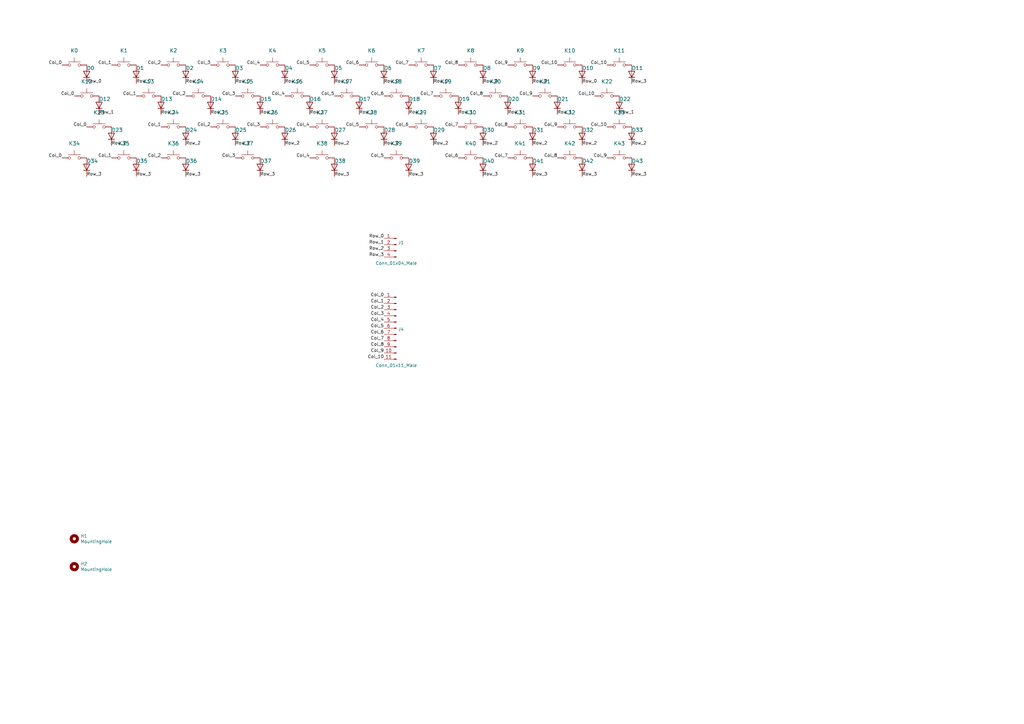
<source format=kicad_sch>
(kicad_sch (version 20211123) (generator eeschema)
  (paper "A3")
  (title_block (title "Phoenix") (date "2022-02-20 21:47") (comment 1 "Author: Rajesh Singh") (comment 2 "Generated by klepcbgen.py v0.1"))
  (lib_symbols
    (symbol "Connector:Conn_01x04_Male" (pin_names (offset 1.016) hide)
      (property "Reference" "J" (at 0 5.08 0))
      (property "Value" "Conn_01x04_Male" (at 0 -7.62 0))
      (symbol "Conn_01x04_Male_1_1"
        (polyline (pts (xy 1.27 -5.08) (xy 0.8636 -5.08)) (stroke (width 0.1524)))
        (polyline (pts (xy 1.27 -2.54) (xy 0.8636 -2.54)) (stroke (width 0.1524)))
        (polyline (pts (xy 1.27 0) (xy 0.8636 0)) (stroke (width 0.1524)))
        (polyline (pts (xy 1.27 2.54) (xy 0.8636 2.54)) (stroke (width 0.1524)))
        (rectangle (start 0.8636 -4.953) (end 0 -5.207) (stroke (width 0.1524)) (fill (type outline)))
        (rectangle (start 0.8636 -2.413) (end 0 -2.667) (stroke (width 0.1524)) (fill (type outline)))
        (rectangle (start 0.8636 0.127) (end 0 -0.127) (stroke (width 0.1524)) (fill (type outline)))
        (rectangle (start 0.8636 2.667) (end 0 2.413) (stroke (width 0.1524)) (fill (type outline)))
        (pin passive line (at 5.08 2.54 180) (length 3.81) (name "Pin_1") (number "1"))
        (pin passive line (at 5.08 0 180) (length 3.81) (name "Pin_2") (number "2"))
        (pin passive line (at 5.08 -2.54 180) (length 3.81) (name "Pin_3") (number "3"))
        (pin passive line (at 5.08 -5.08 180) (length 3.81) (name "Pin_4") (number "4"))
      )
    )
    (symbol "Connector:Conn_01x11_Male" (pin_names (offset 1.016) hide)
      (property "Reference" "J" (at 0 15.24 0))
      (property "Value" "Conn_01x11_Male" (at 0 -15.24 0))
      (symbol "Conn_01x11_Male_1_1"
        (polyline (pts (xy 1.27 -12.7) (xy 0.8636 -12.7)) (stroke (width 0.1524)))
        (polyline (pts (xy 1.27 -10.16) (xy 0.8636 -10.16)) (stroke (width 0.1524)))
        (polyline (pts (xy 1.27 -7.62) (xy 0.8636 -7.62)) (stroke (width 0.1524)))
        (polyline (pts (xy 1.27 -5.08) (xy 0.8636 -5.08)) (stroke (width 0.1524)))
        (polyline (pts (xy 1.27 -2.54) (xy 0.8636 -2.54)) (stroke (width 0.1524)))
        (polyline (pts (xy 1.27 0) (xy 0.8636 0)) (stroke (width 0.1524)))
        (polyline (pts (xy 1.27 2.54) (xy 0.8636 2.54)) (stroke (width 0.1524)))
        (polyline (pts (xy 1.27 5.08) (xy 0.8636 5.08)) (stroke (width 0.1524)))
        (polyline (pts (xy 1.27 7.62) (xy 0.8636 7.62)) (stroke (width 0.1524)))
        (polyline (pts (xy 1.27 10.16) (xy 0.8636 10.16)) (stroke (width 0.1524)))
        (polyline (pts (xy 1.27 12.7) (xy 0.8636 12.7)) (stroke (width 0.1524)))
        (rectangle (start 0.8636 -12.573) (end 0 -12.827) (stroke (width 0.1524)) (fill (type outline)))
        (rectangle (start 0.8636 -10.033) (end 0 -10.287) (stroke (width 0.1524)) (fill (type outline)))
        (rectangle (start 0.8636 -7.493) (end 0 -7.747) (stroke (width 0.1524)) (fill (type outline)))
        (rectangle (start 0.8636 -4.953) (end 0 -5.207) (stroke (width 0.1524)) (fill (type outline)))
        (rectangle (start 0.8636 -2.413) (end 0 -2.667) (stroke (width 0.1524)) (fill (type outline)))
        (rectangle (start 0.8636 0.127) (end 0 -0.127) (stroke (width 0.1524)) (fill (type outline)))
        (rectangle (start 0.8636 2.667) (end 0 2.413) (stroke (width 0.1524)) (fill (type outline)))
        (rectangle (start 0.8636 5.207) (end 0 4.953) (stroke (width 0.1524)) (fill (type outline)))
        (rectangle (start 0.8636 7.747) (end 0 7.493) (stroke (width 0.1524)) (fill (type outline)))
        (rectangle (start 0.8636 10.287) (end 0 10.033) (stroke (width 0.1524)) (fill (type outline)))
        (rectangle (start 0.8636 12.827) (end 0 12.573) (stroke (width 0.1524)) (fill (type outline)))
        (pin passive line (at 5.08 12.7 180) (length 3.81) (name "Pin_1") (number "1"))
        (pin passive line (at 5.08 -10.16 180) (length 3.81) (name "Pin_10") (number "10"))
        (pin passive line (at 5.08 -12.7 180) (length 3.81) (name "Pin_11") (number "11"))
        (pin passive line (at 5.08 10.16 180) (length 3.81) (name "Pin_2") (number "2"))
        (pin passive line (at 5.08 7.62 180) (length 3.81) (name "Pin_3") (number "3"))
        (pin passive line (at 5.08 5.08 180) (length 3.81) (name "Pin_4") (number "4"))
        (pin passive line (at 5.08 2.54 180) (length 3.81) (name "Pin_5") (number "5"))
        (pin passive line (at 5.08 0 180) (length 3.81) (name "Pin_6") (number "6"))
        (pin passive line (at 5.08 -2.54 180) (length 3.81) (name "Pin_7") (number "7"))
        (pin passive line (at 5.08 -5.08 180) (length 3.81) (name "Pin_8") (number "8"))
        (pin passive line (at 5.08 -7.62 180) (length 3.81) (name "Pin_9") (number "9"))
      )
    )
    (symbol "Device:D" (pin_numbers hide) (pin_names (offset 1.016) hide)
      (property "Reference" "D" (at 0 2.54 0))
      (property "Value" "D" (at 0 -2.54 0))
      (symbol "D_0_1"
        (polyline (pts (xy -1.27 1.27) (xy -1.27 -1.27)) (stroke (width 0.254)))
        (polyline (pts (xy 1.27 0) (xy -1.27 0)))
        (polyline (pts (xy 1.27 1.27) (xy 1.27 -1.27) (xy -1.27 0) (xy 1.27 1.27)) (stroke (width 0.254)))
      )
      (symbol "D_1_1"
        (pin passive line (at -3.81 0 0) (length 2.54) (name "K") (number "1"))
        (pin passive line (at 3.81 0 180) (length 2.54) (name "A") (number "2"))
      )
    )
    (symbol "Mechanical:MountingHole" (pin_names (offset 1.016))
      (property "Reference" "H" (at 0 5.08 0))
      (property "Value" "MountingHole" (at 0 3.175 0))
      (symbol "MountingHole_0_1"
        (circle (center 0 0) (radius 1.27) (stroke (width 1.27)))
      )
    )
    (symbol "Switch:SW_Push" (pin_numbers hide) (pin_names (offset 1.016) hide)
      (property "Reference" "SW" (at 1.27 2.54 0))
      (property "Value" "SW_Push" (at 0 -1.524 0))
      (symbol "SW_Push_0_1"
        (circle (center -2.032 0) (radius 0.508))
        (polyline (pts (xy 0 1.27) (xy 0 3.048)))
        (polyline (pts (xy 2.54 1.27) (xy -2.54 1.27)))
        (circle (center 2.032 0) (radius 0.508))
        (pin passive line (at -5.08 0 0) (length 2.54) (name "1") (number "1"))
        (pin passive line (at 5.08 0 180) (length 2.54) (name "2") (number "2"))
      )
    )
  )
  (label "Col_2" (at 66.04 64.77 180))
  (label "Row_1" (at 254 46.99 0))
  (label "Row_0" (at 218.44 34.29 0))
  (label "Col_7" (at 157.48 139.7 180))
  (label "Row_2" (at 259.08 59.69 0))
  (label "Col_4" (at 116.84 39.37 180))
  (label "Row_2" (at 198.12 59.69 0))
  (label "Col_9" (at 228.6 52.07 180))
  (label "Row_0" (at 177.8 34.29 0))
  (label "Col_1" (at 45.72 26.67 180))
  (label "Row_1" (at 86.36 46.99 0))
  (label "Row_0" (at 96.52 34.29 0))
  (label "Col_6" (at 147.32 26.67 180))
  (label "Row_1" (at 147.32 46.99 0))
  (label "Col_8" (at 187.96 26.67 180))
  (label "Col_9" (at 208.28 26.67 180))
  (label "Row_2" (at 177.8 59.69 0))
  (label "Col_2" (at 76.2 39.37 180))
  (label "Row_2" (at 218.44 59.69 0))
  (label "Row_2" (at 45.72 59.69 0))
  (label "Col_5" (at 157.48 134.62 180))
  (label "Row_0" (at 198.12 34.29 0))
  (label "Col_8" (at 198.12 39.37 180))
  (label "Row_3" (at 157.48 105.41 180))
  (label "Col_9" (at 248.92 64.77 180))
  (label "Col_9" (at 157.48 144.78 180))
  (label "Row_1" (at 106.68 46.99 0))
  (label "Row_3" (at 35.56 72.39 0))
  (label "Row_1" (at 157.48 100.33 180))
  (label "Col_3" (at 86.36 26.67 180))
  (label "Row_3" (at 218.44 72.39 0))
  (label "Row_3" (at 259.08 72.39 0))
  (label "Row_1" (at 208.28 46.99 0))
  (label "Row_1" (at 127 46.99 0))
  (label "Col_3" (at 96.52 64.77 180))
  (label "Row_2" (at 157.48 102.87 180))
  (label "Col_8" (at 157.48 142.24 180))
  (label "Col_5" (at 137.16 39.37 180))
  (label "Col_6" (at 157.48 137.16 180))
  (label "Col_4" (at 106.68 26.67 180))
  (label "Col_3" (at 96.52 39.37 180))
  (label "Col_6" (at 157.48 39.37 180))
  (label "Row_0" (at 157.48 34.29 0))
  (label "Col_0" (at 35.56 52.07 180))
  (label "Col_6" (at 167.64 52.07 180))
  (label "Col_3" (at 106.68 52.07 180))
  (label "Col_0" (at 25.4 26.67 180))
  (label "Col_10" (at 248.92 52.07 180))
  (label "Col_8" (at 228.6 64.77 180))
  (label "Col_6" (at 187.96 64.77 180))
  (label "Col_10" (at 243.84 39.37 180))
  (label "Row_2" (at 157.48 59.69 0))
  (label "Row_0" (at 116.84 34.29 0))
  (label "Col_10" (at 248.92 26.67 180))
  (label "Col_10" (at 157.48 147.32 180))
  (label "Row_2" (at 96.52 59.69 0))
  (label "Col_7" (at 167.64 26.67 180))
  (label "Col_4" (at 127 64.77 180))
  (label "Col_10" (at 228.6 26.67 180))
  (label "Row_0" (at 55.88 34.29 0))
  (label "Row_1" (at 40.64 46.99 0))
  (label "Row_2" (at 137.16 59.69 0))
  (label "Col_5" (at 127 26.67 180))
  (label "Col_2" (at 66.04 26.67 180))
  (label "Col_7" (at 208.28 64.77 180))
  (label "Row_0" (at 238.76 34.29 0))
  (label "Row_1" (at 66.04 46.99 0))
  (label "Row_2" (at 76.2 59.69 0))
  (label "Col_3" (at 157.48 129.54 180))
  (label "Row_0" (at 76.2 34.29 0))
  (label "Col_5" (at 157.48 64.77 180))
  (label "Row_3" (at 55.88 72.39 0))
  (label "Row_3" (at 106.68 72.39 0))
  (label "Col_0" (at 157.48 121.92 180))
  (label "Row_0" (at 35.56 34.29 0))
  (label "Col_0" (at 30.48 39.37 180))
  (label "Col_2" (at 86.36 52.07 180))
  (label "Col_4" (at 127 52.07 180))
  (label "Row_3" (at 76.2 72.39 0))
  (label "Row_3" (at 167.64 72.39 0))
  (label "Row_3" (at 259.08 34.29 0))
  (label "Row_1" (at 167.64 46.99 0))
  (label "Row_1" (at 228.6 46.99 0))
  (label "Col_2" (at 157.48 127 180))
  (label "Col_7" (at 177.8 39.37 180))
  (label "Row_3" (at 238.76 72.39 0))
  (label "Col_7" (at 187.96 52.07 180))
  (label "Row_1" (at 187.96 46.99 0))
  (label "Row_2" (at 238.76 59.69 0))
  (label "Col_1" (at 66.04 52.07 180))
  (label "Row_3" (at 198.12 72.39 0))
  (label "Col_5" (at 147.32 52.07 180))
  (label "Col_1" (at 45.72 64.77 180))
  (label "Row_2" (at 116.84 59.69 0))
  (label "Row_0" (at 157.48 97.79 180))
  (label "Col_9" (at 218.44 39.37 180))
  (label "Row_0" (at 137.16 34.29 0))
  (label "Col_1" (at 157.48 124.46 180))
  (label "Col_1" (at 55.88 39.37 180))
  (label "Col_4" (at 157.48 132.08 180))
  (label "Col_0" (at 25.4 64.77 180))
  (label "Row_3" (at 137.16 72.39 0))
  (label "Col_8" (at 208.28 52.07 180))
  (symbol (lib_id "Device:D") (at 259.08 68.58 90) (unit 1)
    (property "Reference" "D43" (at 259.08 66.04 90) (effects (font (size 1.524 1.524)) (justify right)))
    (property "Value" "D" (effects hide))
    (property "Footprint" "Diode_SMD:D_SOD-323" (effects hide))
    (property "Datasheet" "https://datasheet.lcsc.com/lcsc/2201251830_JSMSEMI-1N4007WS_C2687395.pdf" (effects hide))
    (property "LCSC" "C2687395" (effects hide))
    (property "LCSC#" "C2687395" (effects hide))
  )
  (symbol (lib_id "Mechanical:MountingHole") (at 30.48 232.41 0) (unit 1) (in_bom no)
    (property "Reference" "H2" (at 33.02 231.2416 0) (effects (justify left)))
    (property "Value" "MountingHole" (at 33.02 233.553 0) (effects (justify left)))
    (property "Footprint" "MountingHole:MountingHole_3.2mm_M3_DIN965" (effects hide))
    (property "Datasheet" "https://datasheet.lcsc.com/lcsc/2201251830_JSMSEMI-1N4007WS_C2687395.pdf" (effects hide))
  )
  (symbol (lib_id "Mechanical:MountingHole") (at 30.48 220.98 0) (unit 1) (in_bom no)
    (property "Reference" "H1" (at 33.02 219.8116 0) (effects (justify left)))
    (property "Value" "MountingHole" (at 33.02 222.123 0) (effects (justify left)))
    (property "Footprint" "MountingHole:MountingHole_3.2mm_M3_DIN965" (effects hide))
    (property "Datasheet" "https://datasheet.lcsc.com/lcsc/2201251830_JSMSEMI-1N4007WS_C2687395.pdf" (effects hide))
  )
  (symbol (lib_id "Switch:SW_Push") (at 30.48 26.67 0) (unit 1)
    (property "Reference" "K0" (at 30.48 20.7518 0) (effects (font (size 1.524 1.524))))
    (property "Value" "KEYSW" (effects hide))
    (property "Footprint" "Button_Switch_Keyboard:SW_Cherry_MX_1.00u_PCB" (effects hide))
  )
  (symbol (lib_id "Switch:SW_Push") (at 254 64.77 0) (unit 1)
    (property "Reference" "K43" (at 254 58.8518 0) (effects (font (size 1.524 1.524))))
    (property "Value" "KEYSW" (effects hide))
    (property "Footprint" "Button_Switch_Keyboard:SW_Cherry_MX_1.00u_PCB" (effects hide))
  )
  (symbol (lib_id "Switch:SW_Push") (at 50.8 26.67 0) (unit 1)
    (property "Reference" "K1" (at 50.8 20.7518 0) (effects (font (size 1.524 1.524))))
    (property "Value" "KEYSW" (effects hide))
    (property "Footprint" "Button_Switch_Keyboard:SW_Cherry_MX_1.00u_PCB" (effects hide))
  )
  (symbol (lib_id "Switch:SW_Push") (at 233.68 64.77 0) (unit 1)
    (property "Reference" "K42" (at 233.68 58.8518 0) (effects (font (size 1.524 1.524))))
    (property "Value" "KEYSW" (effects hide))
    (property "Footprint" "Button_Switch_Keyboard:SW_Cherry_MX_1.00u_PCB" (effects hide))
  )
  (symbol (lib_id "Switch:SW_Push") (at 71.12 26.67 0) (unit 1)
    (property "Reference" "K2" (at 71.12 20.7518 0) (effects (font (size 1.524 1.524))))
    (property "Value" "KEYSW" (effects hide))
    (property "Footprint" "Button_Switch_Keyboard:SW_Cherry_MX_1.00u_PCB" (effects hide))
  )
  (symbol (lib_id "Switch:SW_Push") (at 213.36 64.77 0) (unit 1)
    (property "Reference" "K41" (at 213.36 58.8518 0) (effects (font (size 1.524 1.524))))
    (property "Value" "KEYSW" (effects hide))
    (property "Footprint" "Button_Switch_Keyboard:SW_Cherry_MX_1.00u_PCB" (effects hide))
  )
  (symbol (lib_id "Switch:SW_Push") (at 91.44 26.67 0) (unit 1)
    (property "Reference" "K3" (at 91.44 20.7518 0) (effects (font (size 1.524 1.524))))
    (property "Value" "KEYSW" (effects hide))
    (property "Footprint" "Button_Switch_Keyboard:SW_Cherry_MX_1.00u_PCB" (effects hide))
  )
  (symbol (lib_id "Switch:SW_Push") (at 193.04 64.77 0) (unit 1)
    (property "Reference" "K40" (at 193.04 58.8518 0) (effects (font (size 1.524 1.524))))
    (property "Value" "KEYSW" (effects hide))
    (property "Footprint" "Button_Switch_Keyboard:SW_Cherry_MX_1.00u_PCB" (effects hide))
  )
  (symbol (lib_id "Switch:SW_Push") (at 111.76 26.67 0) (unit 1)
    (property "Reference" "K4" (at 111.76 20.7518 0) (effects (font (size 1.524 1.524))))
    (property "Value" "KEYSW" (effects hide))
    (property "Footprint" "Button_Switch_Keyboard:SW_Cherry_MX_1.00u_PCB" (effects hide))
  )
  (symbol (lib_id "Switch:SW_Push") (at 162.56 64.77 0) (unit 1)
    (property "Reference" "K39" (at 162.56 58.8518 0) (effects (font (size 1.524 1.524))))
    (property "Value" "KEYSW" (effects hide))
    (property "Footprint" "Button_Switch_Keyboard:SW_Cherry_MX_2.00u_PCB" (effects hide))
  )
  (symbol (lib_id "Switch:SW_Push") (at 132.08 26.67 0) (unit 1)
    (property "Reference" "K5" (at 132.08 20.7518 0) (effects (font (size 1.524 1.524))))
    (property "Value" "KEYSW" (effects hide))
    (property "Footprint" "Button_Switch_Keyboard:SW_Cherry_MX_1.00u_PCB" (effects hide))
  )
  (symbol (lib_id "Switch:SW_Push") (at 132.08 64.77 0) (unit 1)
    (property "Reference" "K38" (at 132.08 58.8518 0) (effects (font (size 1.524 1.524))))
    (property "Value" "KEYSW" (effects hide))
    (property "Footprint" "Button_Switch_Keyboard:SW_Cherry_MX_1.00u_PCB" (effects hide))
  )
  (symbol (lib_id "Switch:SW_Push") (at 152.4 26.67 0) (unit 1)
    (property "Reference" "K6" (at 152.4 20.7518 0) (effects (font (size 1.524 1.524))))
    (property "Value" "KEYSW" (effects hide))
    (property "Footprint" "Button_Switch_Keyboard:SW_Cherry_MX_1.00u_PCB" (effects hide))
  )
  (symbol (lib_id "Switch:SW_Push") (at 101.6 64.77 0) (unit 1)
    (property "Reference" "K37" (at 101.6 58.8518 0) (effects (font (size 1.524 1.524))))
    (property "Value" "KEYSW" (effects hide))
    (property "Footprint" "Button_Switch_Keyboard:SW_Cherry_MX_2.00u_PCB" (effects hide))
  )
  (symbol (lib_id "Switch:SW_Push") (at 172.72 26.67 0) (unit 1)
    (property "Reference" "K7" (at 172.72 20.7518 0) (effects (font (size 1.524 1.524))))
    (property "Value" "KEYSW" (effects hide))
    (property "Footprint" "Button_Switch_Keyboard:SW_Cherry_MX_1.00u_PCB" (effects hide))
  )
  (symbol (lib_id "Switch:SW_Push") (at 71.12 64.77 0) (unit 1)
    (property "Reference" "K36" (at 71.12 58.8518 0) (effects (font (size 1.524 1.524))))
    (property "Value" "KEYSW" (effects hide))
    (property "Footprint" "Button_Switch_Keyboard:SW_Cherry_MX_1.00u_PCB" (effects hide))
  )
  (symbol (lib_id "Switch:SW_Push") (at 193.04 26.67 0) (unit 1)
    (property "Reference" "K8" (at 193.04 20.7518 0) (effects (font (size 1.524 1.524))))
    (property "Value" "KEYSW" (effects hide))
    (property "Footprint" "Button_Switch_Keyboard:SW_Cherry_MX_1.00u_PCB" (effects hide))
  )
  (symbol (lib_id "Switch:SW_Push") (at 50.8 64.77 0) (unit 1)
    (property "Reference" "K35" (at 50.8 58.8518 0) (effects (font (size 1.524 1.524))))
    (property "Value" "KEYSW" (effects hide))
    (property "Footprint" "Button_Switch_Keyboard:SW_Cherry_MX_1.00u_PCB" (effects hide))
  )
  (symbol (lib_id "Switch:SW_Push") (at 213.36 26.67 0) (unit 1)
    (property "Reference" "K9" (at 213.36 20.7518 0) (effects (font (size 1.524 1.524))))
    (property "Value" "KEYSW" (effects hide))
    (property "Footprint" "Button_Switch_Keyboard:SW_Cherry_MX_1.00u_PCB" (effects hide))
  )
  (symbol (lib_id "Switch:SW_Push") (at 30.48 64.77 0) (unit 1)
    (property "Reference" "K34" (at 30.48 58.8518 0) (effects (font (size 1.524 1.524))))
    (property "Value" "KEYSW" (effects hide))
    (property "Footprint" "Button_Switch_Keyboard:SW_Cherry_MX_1.00u_PCB" (effects hide))
  )
  (symbol (lib_id "Switch:SW_Push") (at 233.68 26.67 0) (unit 1)
    (property "Reference" "K10" (at 233.68 20.7518 0) (effects (font (size 1.524 1.524))))
    (property "Value" "KEYSW" (effects hide))
    (property "Footprint" "Button_Switch_Keyboard:SW_Cherry_MX_1.00u_PCB" (effects hide))
  )
  (symbol (lib_id "Switch:SW_Push") (at 254 52.07 0) (unit 1)
    (property "Reference" "K33" (at 254 46.1518 0) (effects (font (size 1.524 1.524))))
    (property "Value" "KEYSW" (effects hide))
    (property "Footprint" "Button_Switch_Keyboard:SW_Cherry_MX_1.00u_PCB" (effects hide))
  )
  (symbol (lib_id "Switch:SW_Push") (at 254 26.67 0) (unit 1)
    (property "Reference" "K11" (at 254 20.7518 0) (effects (font (size 1.524 1.524))))
    (property "Value" "KEYSW" (effects hide))
    (property "Footprint" "Button_Switch_Keyboard:SW_Cherry_MX_1.00u_PCB" (effects hide))
  )
  (symbol (lib_id "Switch:SW_Push") (at 233.68 52.07 0) (unit 1)
    (property "Reference" "K32" (at 233.68 46.1518 0) (effects (font (size 1.524 1.524))))
    (property "Value" "KEYSW" (effects hide))
    (property "Footprint" "Button_Switch_Keyboard:SW_Cherry_MX_1.00u_PCB" (effects hide))
  )
  (symbol (lib_id "Switch:SW_Push") (at 35.56 39.37 0) (unit 1)
    (property "Reference" "K12" (at 35.56 33.4518 0) (effects (font (size 1.524 1.524))))
    (property "Value" "KEYSW" (effects hide))
    (property "Footprint" "Button_Switch_Keyboard:SW_Cherry_MX_1.50u_PCB" (effects hide))
  )
  (symbol (lib_id "Switch:SW_Push") (at 213.36 52.07 0) (unit 1)
    (property "Reference" "K31" (at 213.36 46.1518 0) (effects (font (size 1.524 1.524))))
    (property "Value" "KEYSW" (effects hide))
    (property "Footprint" "Button_Switch_Keyboard:SW_Cherry_MX_1.00u_PCB" (effects hide))
  )
  (symbol (lib_id "Switch:SW_Push") (at 60.96 39.37 0) (unit 1)
    (property "Reference" "K13" (at 60.96 33.4518 0) (effects (font (size 1.524 1.524))))
    (property "Value" "KEYSW" (effects hide))
    (property "Footprint" "Button_Switch_Keyboard:SW_Cherry_MX_1.00u_PCB" (effects hide))
  )
  (symbol (lib_id "Switch:SW_Push") (at 193.04 52.07 0) (unit 1)
    (property "Reference" "K30" (at 193.04 46.1518 0) (effects (font (size 1.524 1.524))))
    (property "Value" "KEYSW" (effects hide))
    (property "Footprint" "Button_Switch_Keyboard:SW_Cherry_MX_1.00u_PCB" (effects hide))
  )
  (symbol (lib_id "Switch:SW_Push") (at 81.28 39.37 0) (unit 1)
    (property "Reference" "K14" (at 81.28 33.4518 0) (effects (font (size 1.524 1.524))))
    (property "Value" "KEYSW" (effects hide))
    (property "Footprint" "Button_Switch_Keyboard:SW_Cherry_MX_1.00u_PCB" (effects hide))
  )
  (symbol (lib_id "Switch:SW_Push") (at 172.72 52.07 0) (unit 1)
    (property "Reference" "K29" (at 172.72 46.1518 0) (effects (font (size 1.524 1.524))))
    (property "Value" "KEYSW" (effects hide))
    (property "Footprint" "Button_Switch_Keyboard:SW_Cherry_MX_1.00u_PCB" (effects hide))
  )
  (symbol (lib_id "Switch:SW_Push") (at 101.6 39.37 0) (unit 1)
    (property "Reference" "K15" (at 101.6 33.4518 0) (effects (font (size 1.524 1.524))))
    (property "Value" "KEYSW" (effects hide))
    (property "Footprint" "Button_Switch_Keyboard:SW_Cherry_MX_1.00u_PCB" (effects hide))
  )
  (symbol (lib_id "Switch:SW_Push") (at 152.4 52.07 0) (unit 1)
    (property "Reference" "K28" (at 152.4 46.1518 0) (effects (font (size 1.524 1.524))))
    (property "Value" "KEYSW" (effects hide))
    (property "Footprint" "Button_Switch_Keyboard:SW_Cherry_MX_1.00u_PCB" (effects hide))
  )
  (symbol (lib_id "Switch:SW_Push") (at 121.92 39.37 0) (unit 1)
    (property "Reference" "K16" (at 121.92 33.4518 0) (effects (font (size 1.524 1.524))))
    (property "Value" "KEYSW" (effects hide))
    (property "Footprint" "Button_Switch_Keyboard:SW_Cherry_MX_1.00u_PCB" (effects hide))
  )
  (symbol (lib_id "Switch:SW_Push") (at 132.08 52.07 0) (unit 1)
    (property "Reference" "K27" (at 132.08 46.1518 0) (effects (font (size 1.524 1.524))))
    (property "Value" "KEYSW" (effects hide))
    (property "Footprint" "Button_Switch_Keyboard:SW_Cherry_MX_1.00u_PCB" (effects hide))
  )
  (symbol (lib_id "Switch:SW_Push") (at 142.24 39.37 0) (unit 1)
    (property "Reference" "K17" (at 142.24 33.4518 0) (effects (font (size 1.524 1.524))))
    (property "Value" "KEYSW" (effects hide))
    (property "Footprint" "Button_Switch_Keyboard:SW_Cherry_MX_1.00u_PCB" (effects hide))
  )
  (symbol (lib_id "Switch:SW_Push") (at 111.76 52.07 0) (unit 1)
    (property "Reference" "K26" (at 111.76 46.1518 0) (effects (font (size 1.524 1.524))))
    (property "Value" "KEYSW" (effects hide))
    (property "Footprint" "Button_Switch_Keyboard:SW_Cherry_MX_1.00u_PCB" (effects hide))
  )
  (symbol (lib_id "Switch:SW_Push") (at 162.56 39.37 0) (unit 1)
    (property "Reference" "K18" (at 162.56 33.4518 0) (effects (font (size 1.524 1.524))))
    (property "Value" "KEYSW" (effects hide))
    (property "Footprint" "Button_Switch_Keyboard:SW_Cherry_MX_1.00u_PCB" (effects hide))
  )
  (symbol (lib_id "Switch:SW_Push") (at 91.44 52.07 0) (unit 1)
    (property "Reference" "K25" (at 91.44 46.1518 0) (effects (font (size 1.524 1.524))))
    (property "Value" "KEYSW" (effects hide))
    (property "Footprint" "Button_Switch_Keyboard:SW_Cherry_MX_1.00u_PCB" (effects hide))
  )
  (symbol (lib_id "Switch:SW_Push") (at 182.88 39.37 0) (unit 1)
    (property "Reference" "K19" (at 182.88 33.4518 0) (effects (font (size 1.524 1.524))))
    (property "Value" "KEYSW" (effects hide))
    (property "Footprint" "Button_Switch_Keyboard:SW_Cherry_MX_1.00u_PCB" (effects hide))
  )
  (symbol (lib_id "Switch:SW_Push") (at 71.12 52.07 0) (unit 1)
    (property "Reference" "K24" (at 71.12 46.1518 0) (effects (font (size 1.524 1.524))))
    (property "Value" "KEYSW" (effects hide))
    (property "Footprint" "Button_Switch_Keyboard:SW_Cherry_MX_1.00u_PCB" (effects hide))
  )
  (symbol (lib_id "Switch:SW_Push") (at 203.2 39.37 0) (unit 1)
    (property "Reference" "K20" (at 203.2 33.4518 0) (effects (font (size 1.524 1.524))))
    (property "Value" "KEYSW" (effects hide))
    (property "Footprint" "Button_Switch_Keyboard:SW_Cherry_MX_1.00u_PCB" (effects hide))
  )
  (symbol (lib_id "Switch:SW_Push") (at 40.64 52.07 0) (unit 1)
    (property "Reference" "K23" (at 40.64 46.1518 0) (effects (font (size 1.524 1.524))))
    (property "Value" "KEYSW" (effects hide))
    (property "Footprint" "Button_Switch_Keyboard:SW_Cherry_MX_2.00u_PCB" (effects hide))
  )
  (symbol (lib_id "Switch:SW_Push") (at 223.52 39.37 0) (unit 1)
    (property "Reference" "K21" (at 223.52 33.4518 0) (effects (font (size 1.524 1.524))))
    (property "Value" "KEYSW" (effects hide))
    (property "Footprint" "Button_Switch_Keyboard:SW_Cherry_MX_1.00u_PCB" (effects hide))
  )
  (symbol (lib_id "Device:D") (at 228.6 43.18 90) (unit 1)
    (property "Reference" "D21" (at 228.6 40.64 90) (effects (font (size 1.524 1.524)) (justify right)))
    (property "Value" "D" (effects hide))
    (property "Footprint" "Diode_SMD:D_SOD-323" (effects hide))
    (property "Datasheet" "https://datasheet.lcsc.com/lcsc/2201251830_JSMSEMI-1N4007WS_C2687395.pdf" (effects hide))
    (property "LCSC" "C2687395" (effects hide))
    (property "LCSC#" "C2687395" (effects hide))
  )
  (symbol (lib_id "Device:D") (at 254 43.18 90) (unit 1)
    (property "Reference" "D22" (at 254 40.64 90) (effects (font (size 1.524 1.524)) (justify right)))
    (property "Value" "D" (effects hide))
    (property "Footprint" "Diode_SMD:D_SOD-323" (effects hide))
    (property "Datasheet" "https://datasheet.lcsc.com/lcsc/2201251830_JSMSEMI-1N4007WS_C2687395.pdf" (effects hide))
    (property "LCSC" "C2687395" (effects hide))
    (property "LCSC#" "C2687395" (effects hide))
  )
  (symbol (lib_id "Device:D") (at 208.28 43.18 90) (unit 1)
    (property "Reference" "D20" (at 208.28 40.64 90) (effects (font (size 1.524 1.524)) (justify right)))
    (property "Value" "D" (effects hide))
    (property "Footprint" "Diode_SMD:D_SOD-323" (effects hide))
    (property "Datasheet" "https://datasheet.lcsc.com/lcsc/2201251830_JSMSEMI-1N4007WS_C2687395.pdf" (effects hide))
    (property "LCSC" "C2687395" (effects hide))
    (property "LCSC#" "C2687395" (effects hide))
  )
  (symbol (lib_id "Device:D") (at 45.72 55.88 90) (unit 1)
    (property "Reference" "D23" (at 45.72 53.34 90) (effects (font (size 1.524 1.524)) (justify right)))
    (property "Value" "D" (effects hide))
    (property "Footprint" "Diode_SMD:D_SOD-323" (effects hide))
    (property "Datasheet" "https://datasheet.lcsc.com/lcsc/2201251830_JSMSEMI-1N4007WS_C2687395.pdf" (effects hide))
    (property "LCSC" "C2687395" (effects hide))
    (property "LCSC#" "C2687395" (effects hide))
  )
  (symbol (lib_id "Device:D") (at 187.96 43.18 90) (unit 1)
    (property "Reference" "D19" (at 187.96 40.64 90) (effects (font (size 1.524 1.524)) (justify right)))
    (property "Value" "D" (effects hide))
    (property "Footprint" "Diode_SMD:D_SOD-323" (effects hide))
    (property "Datasheet" "https://datasheet.lcsc.com/lcsc/2201251830_JSMSEMI-1N4007WS_C2687395.pdf" (effects hide))
    (property "LCSC" "C2687395" (effects hide))
    (property "LCSC#" "C2687395" (effects hide))
  )
  (symbol (lib_id "Device:D") (at 76.2 55.88 90) (unit 1)
    (property "Reference" "D24" (at 76.2 53.34 90) (effects (font (size 1.524 1.524)) (justify right)))
    (property "Value" "D" (effects hide))
    (property "Footprint" "Diode_SMD:D_SOD-323" (effects hide))
    (property "Datasheet" "https://datasheet.lcsc.com/lcsc/2201251830_JSMSEMI-1N4007WS_C2687395.pdf" (effects hide))
    (property "LCSC" "C2687395" (effects hide))
    (property "LCSC#" "C2687395" (effects hide))
  )
  (symbol (lib_id "Device:D") (at 167.64 43.18 90) (unit 1)
    (property "Reference" "D18" (at 167.64 40.64 90) (effects (font (size 1.524 1.524)) (justify right)))
    (property "Value" "D" (effects hide))
    (property "Footprint" "Diode_SMD:D_SOD-323" (effects hide))
    (property "Datasheet" "https://datasheet.lcsc.com/lcsc/2201251830_JSMSEMI-1N4007WS_C2687395.pdf" (effects hide))
    (property "LCSC" "C2687395" (effects hide))
    (property "LCSC#" "C2687395" (effects hide))
  )
  (symbol (lib_id "Device:D") (at 96.52 55.88 90) (unit 1)
    (property "Reference" "D25" (at 96.52 53.34 90) (effects (font (size 1.524 1.524)) (justify right)))
    (property "Value" "D" (effects hide))
    (property "Footprint" "Diode_SMD:D_SOD-323" (effects hide))
    (property "Datasheet" "https://datasheet.lcsc.com/lcsc/2201251830_JSMSEMI-1N4007WS_C2687395.pdf" (effects hide))
    (property "LCSC" "C2687395" (effects hide))
    (property "LCSC#" "C2687395" (effects hide))
  )
  (symbol (lib_id "Device:D") (at 147.32 43.18 90) (unit 1)
    (property "Reference" "D17" (at 147.32 40.64 90) (effects (font (size 1.524 1.524)) (justify right)))
    (property "Value" "D" (effects hide))
    (property "Footprint" "Diode_SMD:D_SOD-323" (effects hide))
    (property "Datasheet" "https://datasheet.lcsc.com/lcsc/2201251830_JSMSEMI-1N4007WS_C2687395.pdf" (effects hide))
    (property "LCSC" "C2687395" (effects hide))
    (property "LCSC#" "C2687395" (effects hide))
  )
  (symbol (lib_id "Device:D") (at 116.84 55.88 90) (unit 1)
    (property "Reference" "D26" (at 116.84 53.34 90) (effects (font (size 1.524 1.524)) (justify right)))
    (property "Value" "D" (effects hide))
    (property "Footprint" "Diode_SMD:D_SOD-323" (effects hide))
    (property "Datasheet" "https://datasheet.lcsc.com/lcsc/2201251830_JSMSEMI-1N4007WS_C2687395.pdf" (effects hide))
    (property "LCSC" "C2687395" (effects hide))
    (property "LCSC#" "C2687395" (effects hide))
  )
  (symbol (lib_id "Device:D") (at 127 43.18 90) (unit 1)
    (property "Reference" "D16" (at 127 40.64 90) (effects (font (size 1.524 1.524)) (justify right)))
    (property "Value" "D" (effects hide))
    (property "Footprint" "Diode_SMD:D_SOD-323" (effects hide))
    (property "Datasheet" "https://datasheet.lcsc.com/lcsc/2201251830_JSMSEMI-1N4007WS_C2687395.pdf" (effects hide))
    (property "LCSC" "C2687395" (effects hide))
    (property "LCSC#" "C2687395" (effects hide))
  )
  (symbol (lib_id "Device:D") (at 137.16 55.88 90) (unit 1)
    (property "Reference" "D27" (at 137.16 53.34 90) (effects (font (size 1.524 1.524)) (justify right)))
    (property "Value" "D" (effects hide))
    (property "Footprint" "Diode_SMD:D_SOD-323" (effects hide))
    (property "Datasheet" "https://datasheet.lcsc.com/lcsc/2201251830_JSMSEMI-1N4007WS_C2687395.pdf" (effects hide))
    (property "LCSC" "C2687395" (effects hide))
    (property "LCSC#" "C2687395" (effects hide))
  )
  (symbol (lib_id "Device:D") (at 106.68 43.18 90) (unit 1)
    (property "Reference" "D15" (at 106.68 40.64 90) (effects (font (size 1.524 1.524)) (justify right)))
    (property "Value" "D" (effects hide))
    (property "Footprint" "Diode_SMD:D_SOD-323" (effects hide))
    (property "Datasheet" "https://datasheet.lcsc.com/lcsc/2201251830_JSMSEMI-1N4007WS_C2687395.pdf" (effects hide))
    (property "LCSC" "C2687395" (effects hide))
    (property "LCSC#" "C2687395" (effects hide))
  )
  (symbol (lib_id "Device:D") (at 157.48 55.88 90) (unit 1)
    (property "Reference" "D28" (at 157.48 53.34 90) (effects (font (size 1.524 1.524)) (justify right)))
    (property "Value" "D" (effects hide))
    (property "Footprint" "Diode_SMD:D_SOD-323" (effects hide))
    (property "Datasheet" "https://datasheet.lcsc.com/lcsc/2201251830_JSMSEMI-1N4007WS_C2687395.pdf" (effects hide))
    (property "LCSC" "C2687395" (effects hide))
    (property "LCSC#" "C2687395" (effects hide))
  )
  (symbol (lib_id "Device:D") (at 86.36 43.18 90) (unit 1)
    (property "Reference" "D14" (at 86.36 40.64 90) (effects (font (size 1.524 1.524)) (justify right)))
    (property "Value" "D" (effects hide))
    (property "Footprint" "Diode_SMD:D_SOD-323" (effects hide))
    (property "Datasheet" "https://datasheet.lcsc.com/lcsc/2201251830_JSMSEMI-1N4007WS_C2687395.pdf" (effects hide))
    (property "LCSC" "C2687395" (effects hide))
    (property "LCSC#" "C2687395" (effects hide))
  )
  (symbol (lib_id "Device:D") (at 177.8 55.88 90) (unit 1)
    (property "Reference" "D29" (at 177.8 53.34 90) (effects (font (size 1.524 1.524)) (justify right)))
    (property "Value" "D" (effects hide))
    (property "Footprint" "Diode_SMD:D_SOD-323" (effects hide))
    (property "Datasheet" "https://datasheet.lcsc.com/lcsc/2201251830_JSMSEMI-1N4007WS_C2687395.pdf" (effects hide))
    (property "LCSC" "C2687395" (effects hide))
    (property "LCSC#" "C2687395" (effects hide))
  )
  (symbol (lib_id "Device:D") (at 66.04 43.18 90) (unit 1)
    (property "Reference" "D13" (at 66.04 40.64 90) (effects (font (size 1.524 1.524)) (justify right)))
    (property "Value" "D" (effects hide))
    (property "Footprint" "Diode_SMD:D_SOD-323" (effects hide))
    (property "Datasheet" "https://datasheet.lcsc.com/lcsc/2201251830_JSMSEMI-1N4007WS_C2687395.pdf" (effects hide))
    (property "LCSC" "C2687395" (effects hide))
    (property "LCSC#" "C2687395" (effects hide))
  )
  (symbol (lib_id "Device:D") (at 198.12 55.88 90) (unit 1)
    (property "Reference" "D30" (at 198.12 53.34 90) (effects (font (size 1.524 1.524)) (justify right)))
    (property "Value" "D" (effects hide))
    (property "Footprint" "Diode_SMD:D_SOD-323" (effects hide))
    (property "Datasheet" "https://datasheet.lcsc.com/lcsc/2201251830_JSMSEMI-1N4007WS_C2687395.pdf" (effects hide))
    (property "LCSC" "C2687395" (effects hide))
    (property "LCSC#" "C2687395" (effects hide))
  )
  (symbol (lib_id "Device:D") (at 40.64 43.18 90) (unit 1)
    (property "Reference" "D12" (at 40.64 40.64 90) (effects (font (size 1.524 1.524)) (justify right)))
    (property "Value" "D" (effects hide))
    (property "Footprint" "Diode_SMD:D_SOD-323" (effects hide))
    (property "Datasheet" "https://datasheet.lcsc.com/lcsc/2201251830_JSMSEMI-1N4007WS_C2687395.pdf" (effects hide))
    (property "LCSC" "C2687395" (effects hide))
    (property "LCSC#" "C2687395" (effects hide))
  )
  (symbol (lib_id "Device:D") (at 218.44 55.88 90) (unit 1)
    (property "Reference" "D31" (at 218.44 53.34 90) (effects (font (size 1.524 1.524)) (justify right)))
    (property "Value" "D" (effects hide))
    (property "Footprint" "Diode_SMD:D_SOD-323" (effects hide))
    (property "Datasheet" "https://datasheet.lcsc.com/lcsc/2201251830_JSMSEMI-1N4007WS_C2687395.pdf" (effects hide))
    (property "LCSC" "C2687395" (effects hide))
    (property "LCSC#" "C2687395" (effects hide))
  )
  (symbol (lib_id "Device:D") (at 259.08 30.48 90) (unit 1)
    (property "Reference" "D11" (at 259.08 27.94 90) (effects (font (size 1.524 1.524)) (justify right)))
    (property "Value" "D" (effects hide))
    (property "Footprint" "Diode_SMD:D_SOD-323" (effects hide))
    (property "Datasheet" "https://datasheet.lcsc.com/lcsc/2201251830_JSMSEMI-1N4007WS_C2687395.pdf" (effects hide))
    (property "LCSC" "C2687395" (effects hide))
    (property "LCSC#" "C2687395" (effects hide))
  )
  (symbol (lib_id "Device:D") (at 238.76 55.88 90) (unit 1)
    (property "Reference" "D32" (at 238.76 53.34 90) (effects (font (size 1.524 1.524)) (justify right)))
    (property "Value" "D" (effects hide))
    (property "Footprint" "Diode_SMD:D_SOD-323" (effects hide))
    (property "Datasheet" "https://datasheet.lcsc.com/lcsc/2201251830_JSMSEMI-1N4007WS_C2687395.pdf" (effects hide))
    (property "LCSC" "C2687395" (effects hide))
    (property "LCSC#" "C2687395" (effects hide))
  )
  (symbol (lib_id "Device:D") (at 238.76 30.48 90) (unit 1)
    (property "Reference" "D10" (at 238.76 27.94 90) (effects (font (size 1.524 1.524)) (justify right)))
    (property "Value" "D" (effects hide))
    (property "Footprint" "Diode_SMD:D_SOD-323" (effects hide))
    (property "Datasheet" "https://datasheet.lcsc.com/lcsc/2201251830_JSMSEMI-1N4007WS_C2687395.pdf" (effects hide))
    (property "LCSC" "C2687395" (effects hide))
    (property "LCSC#" "C2687395" (effects hide))
  )
  (symbol (lib_id "Device:D") (at 259.08 55.88 90) (unit 1)
    (property "Reference" "D33" (at 259.08 53.34 90) (effects (font (size 1.524 1.524)) (justify right)))
    (property "Value" "D" (effects hide))
    (property "Footprint" "Diode_SMD:D_SOD-323" (effects hide))
    (property "Datasheet" "https://datasheet.lcsc.com/lcsc/2201251830_JSMSEMI-1N4007WS_C2687395.pdf" (effects hide))
    (property "LCSC" "C2687395" (effects hide))
    (property "LCSC#" "C2687395" (effects hide))
  )
  (symbol (lib_id "Device:D") (at 218.44 30.48 90) (unit 1)
    (property "Reference" "D9" (at 218.44 27.94 90) (effects (font (size 1.524 1.524)) (justify right)))
    (property "Value" "D" (effects hide))
    (property "Footprint" "Diode_SMD:D_SOD-323" (effects hide))
    (property "Datasheet" "https://datasheet.lcsc.com/lcsc/2201251830_JSMSEMI-1N4007WS_C2687395.pdf" (effects hide))
    (property "LCSC" "C2687395" (effects hide))
    (property "LCSC#" "C2687395" (effects hide))
  )
  (symbol (lib_id "Device:D") (at 35.56 68.58 90) (unit 1)
    (property "Reference" "D34" (at 35.56 66.04 90) (effects (font (size 1.524 1.524)) (justify right)))
    (property "Value" "D" (effects hide))
    (property "Footprint" "Diode_SMD:D_SOD-323" (effects hide))
    (property "Datasheet" "https://datasheet.lcsc.com/lcsc/2201251830_JSMSEMI-1N4007WS_C2687395.pdf" (effects hide))
    (property "LCSC" "C2687395" (effects hide))
    (property "LCSC#" "C2687395" (effects hide))
  )
  (symbol (lib_id "Device:D") (at 198.12 30.48 90) (unit 1)
    (property "Reference" "D8" (at 198.12 27.94 90) (effects (font (size 1.524 1.524)) (justify right)))
    (property "Value" "D" (effects hide))
    (property "Footprint" "Diode_SMD:D_SOD-323" (effects hide))
    (property "Datasheet" "https://datasheet.lcsc.com/lcsc/2201251830_JSMSEMI-1N4007WS_C2687395.pdf" (effects hide))
    (property "LCSC" "C2687395" (effects hide))
    (property "LCSC#" "C2687395" (effects hide))
  )
  (symbol (lib_id "Device:D") (at 55.88 68.58 90) (unit 1)
    (property "Reference" "D35" (at 55.88 66.04 90) (effects (font (size 1.524 1.524)) (justify right)))
    (property "Value" "D" (effects hide))
    (property "Footprint" "Diode_SMD:D_SOD-323" (effects hide))
    (property "Datasheet" "https://datasheet.lcsc.com/lcsc/2201251830_JSMSEMI-1N4007WS_C2687395.pdf" (effects hide))
    (property "LCSC" "C2687395" (effects hide))
    (property "LCSC#" "C2687395" (effects hide))
  )
  (symbol (lib_id "Device:D") (at 177.8 30.48 90) (unit 1)
    (property "Reference" "D7" (at 177.8 27.94 90) (effects (font (size 1.524 1.524)) (justify right)))
    (property "Value" "D" (effects hide))
    (property "Footprint" "Diode_SMD:D_SOD-323" (effects hide))
    (property "Datasheet" "https://datasheet.lcsc.com/lcsc/2201251830_JSMSEMI-1N4007WS_C2687395.pdf" (effects hide))
    (property "LCSC" "C2687395" (effects hide))
    (property "LCSC#" "C2687395" (effects hide))
  )
  (symbol (lib_id "Device:D") (at 76.2 68.58 90) (unit 1)
    (property "Reference" "D36" (at 76.2 66.04 90) (effects (font (size 1.524 1.524)) (justify right)))
    (property "Value" "D" (effects hide))
    (property "Footprint" "Diode_SMD:D_SOD-323" (effects hide))
    (property "Datasheet" "https://datasheet.lcsc.com/lcsc/2201251830_JSMSEMI-1N4007WS_C2687395.pdf" (effects hide))
    (property "LCSC" "C2687395" (effects hide))
    (property "LCSC#" "C2687395" (effects hide))
  )
  (symbol (lib_id "Device:D") (at 157.48 30.48 90) (unit 1)
    (property "Reference" "D6" (at 157.48 27.94 90) (effects (font (size 1.524 1.524)) (justify right)))
    (property "Value" "D" (effects hide))
    (property "Footprint" "Diode_SMD:D_SOD-323" (effects hide))
    (property "Datasheet" "https://datasheet.lcsc.com/lcsc/2201251830_JSMSEMI-1N4007WS_C2687395.pdf" (effects hide))
    (property "LCSC" "C2687395" (effects hide))
    (property "LCSC#" "C2687395" (effects hide))
  )
  (symbol (lib_id "Device:D") (at 106.68 68.58 90) (unit 1)
    (property "Reference" "D37" (at 106.68 66.04 90) (effects (font (size 1.524 1.524)) (justify right)))
    (property "Value" "D" (effects hide))
    (property "Footprint" "Diode_SMD:D_SOD-323" (effects hide))
    (property "Datasheet" "https://datasheet.lcsc.com/lcsc/2201251830_JSMSEMI-1N4007WS_C2687395.pdf" (effects hide))
    (property "LCSC" "C2687395" (effects hide))
    (property "LCSC#" "C2687395" (effects hide))
  )
  (symbol (lib_id "Device:D") (at 137.16 30.48 90) (unit 1)
    (property "Reference" "D5" (at 137.16 27.94 90) (effects (font (size 1.524 1.524)) (justify right)))
    (property "Value" "D" (effects hide))
    (property "Footprint" "Diode_SMD:D_SOD-323" (effects hide))
    (property "Datasheet" "https://datasheet.lcsc.com/lcsc/2201251830_JSMSEMI-1N4007WS_C2687395.pdf" (effects hide))
    (property "LCSC" "C2687395" (effects hide))
    (property "LCSC#" "C2687395" (effects hide))
  )
  (symbol (lib_id "Device:D") (at 137.16 68.58 90) (unit 1)
    (property "Reference" "D38" (at 137.16 66.04 90) (effects (font (size 1.524 1.524)) (justify right)))
    (property "Value" "D" (effects hide))
    (property "Footprint" "Diode_SMD:D_SOD-323" (effects hide))
    (property "Datasheet" "https://datasheet.lcsc.com/lcsc/2201251830_JSMSEMI-1N4007WS_C2687395.pdf" (effects hide))
    (property "LCSC" "C2687395" (effects hide))
    (property "LCSC#" "C2687395" (effects hide))
  )
  (symbol (lib_id "Device:D") (at 116.84 30.48 90) (unit 1)
    (property "Reference" "D4" (at 116.84 27.94 90) (effects (font (size 1.524 1.524)) (justify right)))
    (property "Value" "D" (effects hide))
    (property "Footprint" "Diode_SMD:D_SOD-323" (effects hide))
    (property "Datasheet" "https://datasheet.lcsc.com/lcsc/2201251830_JSMSEMI-1N4007WS_C2687395.pdf" (effects hide))
    (property "LCSC" "C2687395" (effects hide))
    (property "LCSC#" "C2687395" (effects hide))
  )
  (symbol (lib_id "Device:D") (at 167.64 68.58 90) (unit 1)
    (property "Reference" "D39" (at 167.64 66.04 90) (effects (font (size 1.524 1.524)) (justify right)))
    (property "Value" "D" (effects hide))
    (property "Footprint" "Diode_SMD:D_SOD-323" (effects hide))
    (property "Datasheet" "https://datasheet.lcsc.com/lcsc/2201251830_JSMSEMI-1N4007WS_C2687395.pdf" (effects hide))
    (property "LCSC" "C2687395" (effects hide))
    (property "LCSC#" "C2687395" (effects hide))
  )
  (symbol (lib_id "Device:D") (at 96.52 30.48 90) (unit 1)
    (property "Reference" "D3" (at 96.52 27.94 90) (effects (font (size 1.524 1.524)) (justify right)))
    (property "Value" "D" (effects hide))
    (property "Footprint" "Diode_SMD:D_SOD-323" (effects hide))
    (property "Datasheet" "https://datasheet.lcsc.com/lcsc/2201251830_JSMSEMI-1N4007WS_C2687395.pdf" (effects hide))
    (property "LCSC" "C2687395" (effects hide))
    (property "LCSC#" "C2687395" (effects hide))
  )
  (symbol (lib_id "Device:D") (at 198.12 68.58 90) (unit 1)
    (property "Reference" "D40" (at 198.12 66.04 90) (effects (font (size 1.524 1.524)) (justify right)))
    (property "Value" "D" (effects hide))
    (property "Footprint" "Diode_SMD:D_SOD-323" (effects hide))
    (property "Datasheet" "https://datasheet.lcsc.com/lcsc/2201251830_JSMSEMI-1N4007WS_C2687395.pdf" (effects hide))
    (property "LCSC" "C2687395" (effects hide))
    (property "LCSC#" "C2687395" (effects hide))
  )
  (symbol (lib_id "Device:D") (at 76.2 30.48 90) (unit 1)
    (property "Reference" "D2" (at 76.2 27.94 90) (effects (font (size 1.524 1.524)) (justify right)))
    (property "Value" "D" (effects hide))
    (property "Footprint" "Diode_SMD:D_SOD-323" (effects hide))
    (property "Datasheet" "https://datasheet.lcsc.com/lcsc/2201251830_JSMSEMI-1N4007WS_C2687395.pdf" (effects hide))
    (property "LCSC" "C2687395" (effects hide))
    (property "LCSC#" "C2687395" (effects hide))
  )
  (symbol (lib_id "Device:D") (at 218.44 68.58 90) (unit 1)
    (property "Reference" "D41" (at 218.44 66.04 90) (effects (font (size 1.524 1.524)) (justify right)))
    (property "Value" "D" (effects hide))
    (property "Footprint" "Diode_SMD:D_SOD-323" (effects hide))
    (property "Datasheet" "https://datasheet.lcsc.com/lcsc/2201251830_JSMSEMI-1N4007WS_C2687395.pdf" (effects hide))
    (property "LCSC" "C2687395" (effects hide))
    (property "LCSC#" "C2687395" (effects hide))
  )
  (symbol (lib_id "Device:D") (at 55.88 30.48 90) (unit 1)
    (property "Reference" "D1" (at 55.88 27.94 90) (effects (font (size 1.524 1.524)) (justify right)))
    (property "Value" "D" (effects hide))
    (property "Footprint" "Diode_SMD:D_SOD-323" (effects hide))
    (property "Datasheet" "https://datasheet.lcsc.com/lcsc/2201251830_JSMSEMI-1N4007WS_C2687395.pdf" (effects hide))
    (property "LCSC" "C2687395" (effects hide))
    (property "LCSC#" "C2687395" (effects hide))
  )
  (symbol (lib_id "Device:D") (at 238.76 68.58 90) (unit 1)
    (property "Reference" "D42" (at 238.76 66.04 90) (effects (font (size 1.524 1.524)) (justify right)))
    (property "Value" "D" (effects hide))
    (property "Footprint" "Diode_SMD:D_SOD-323" (effects hide))
    (property "Datasheet" "https://datasheet.lcsc.com/lcsc/2201251830_JSMSEMI-1N4007WS_C2687395.pdf" (effects hide))
    (property "LCSC" "C2687395" (effects hide))
    (property "LCSC#" "C2687395" (effects hide))
  )
  (symbol (lib_id "Device:D") (at 35.56 30.48 90) (unit 1)
    (property "Reference" "D0" (at 35.56 27.94 90) (effects (font (size 1.524 1.524)) (justify right)))
    (property "Value" "D" (effects hide))
    (property "Footprint" "Diode_SMD:D_SOD-323" (effects hide))
    (property "Datasheet" "https://datasheet.lcsc.com/lcsc/2201251830_JSMSEMI-1N4007WS_C2687395.pdf" (effects hide))
    (property "LCSC" "C2687395" (effects hide))
    (property "LCSC#" "C2687395" (effects hide))
  )
  (symbol (lib_id "Connector:Conn_01x11_Male") (at 162.56 134.62 0) (mirror y) (unit 1)
    (property "Reference" "J4" (at 163.2712 135.0553 0) (effects (justify right)))
    (property "Value" "Conn_01x11_Male" (at 162.56 149.86 0))
    (property "Footprint" "Connector_PinHeader_2.54mm:PinHeader_1x11_P2.54mm_Vertical" (effects hide))
  )
  (symbol (lib_id "Connector:Conn_01x04_Male") (at 162.56 100.33 0) (mirror y) (unit 1)
    (property "Reference" "J1" (at 163.2712 99.4953 0) (effects (justify right)))
    (property "Value" "Conn_01x04_Male" (at 162.56 107.95 0))
    (property "Footprint" "Connector_PinHeader_2.54mm:PinHeader_1x04_P2.54mm_Vertical" (effects hide))
  )
  (symbol (lib_id "Switch:SW_Push") (at 248.92 39.37 0) (unit 1)
    (property "Reference" "K22" (at 248.92 33.4518 0) (effects (font (size 1.524 1.524))))
    (property "Value" "KEYSW" (effects hide))
    (property "Footprint" "Button_Switch_Keyboard:SW_Cherry_MX_1.50u_PCB" (effects hide))
  )
)
</source>
